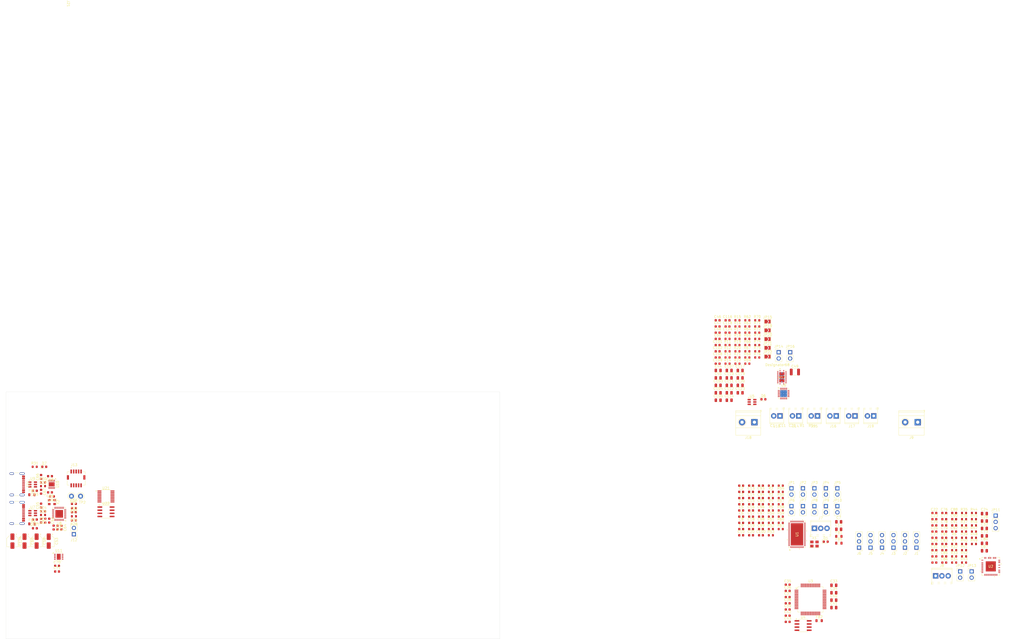
<source format=kicad_pcb>
(kicad_pcb (version 20240108) (generator "pcbnew") (generator_version "8.0")
  (layers (0 "F.Cu" signal) (1 "In1.Cu" power) (2 "In2.Cu" power) (31 "B.Cu" signal) (34 "B.Paste" user) (35 "F.Paste" user) (36 "B.SilkS" user "B.Silkscreen") (37 "F.SilkS" user "F.Silkscreen") (38 "B.Mask" user) (39 "F.Mask" user) (44 "Edge.Cuts" user))
  (net 0 "")
  (net 1 "GND")
  (net 2 "/Motor Interface Controller/VCCIO1")
  (net 3 "/Motor Interface Controller/VCCCORE1")
  (net 4 "/Motor Interface Controller/VCCCORE2")
  (net 5 "/Motor Interface Controller/VCCCORE3")
  (net 6 "+5V")
  (net 7 "Net-(X1-EN)")
  (net 8 "+3V3")
  (net 9 "/Motor Interface Controller/NRST")
  (net 10 "/Motor Gate Driver/CPI")
  (net 11 "/Motor Gate Driver/CPO")
  (net 12 "/Motor Gate Driver/5VOUT")
  (net 13 "+12V")
  (net 14 "/Motor Gate Driver/VS")
  (net 15 "/Motor Gate Driver/VCP")
  (net 16 "/Motor Gate Driver/12VOUT")
  (net 17 "/V_{M}")
  (net 18 "+3.3VA")
  (net 19 "/Power Delivery/IN_SYS")
  (net 20 "/Power Delivery/Motor Supply Unprotected")
  (net 21 "Net-(U5-VCAP)")
  (net 22 "Motor Power Protected")
  (net 23 "Net-(C48-Pad1)")
  (net 24 "Net-(U6-dVdT)")
  (net 25 "GND1")
  (net 26 "Net-(U7-VBUS)")
  (net 27 "Net-(C55-Pad1)")
  (net 28 "Net-(C57-Pad1)")
  (net 29 "VBUS")
  (net 30 "Net-(U8-~{RESET})")
  (net 31 "/Comunications/RTMI Interface/VPP")
  (net 32 "/Comunications/USB Debug Interface/USB_D-")
  (net 33 "/Comunications/USB Debug Interface/USB_D+")
  (net 34 "/Motor Gate Driver/CU")
  (net 35 "/Motor Gate Driver/U")
  (net 36 "/Motor Gate Driver/V_{SENSE, U, 2}")
  (net 37 "/Motor Gate Driver/I_{U}")
  (net 38 "/Motor Gate Driver/CV")
  (net 39 "/Motor Gate Driver/V")
  (net 40 "/Motor Gate Driver/V_{SENSE, V, 2}")
  (net 41 "/Motor Gate Driver/I_{V}")
  (net 42 "/Motor Gate Driver/CW")
  (net 43 "/Motor Gate Driver/V_{SENSE, W, 1}")
  (net 44 "/Motor Gate Driver/V_{SENSE, W, 2}")
  (net 45 "/Motor Gate Driver/I_{W}")
  (net 46 "Net-(U16-1Y)")
  (net 47 "Net-(U15-1Y)")
  (net 48 "Net-(U16-2Y)")
  (net 49 "Net-(U15-2Y)")
  (net 50 "Net-(U16-3Y)")
  (net 51 "Net-(U15-3Y)")
  (net 52 "Net-(C101-Pad1)")
  (net 53 "Net-(U17-EXTCOMP)")
  (net 54 "Logic Power Protected")
  (net 55 "/Power Delivery/Power Regulators/VCC")
  (net 56 "/Power Delivery/Power Regulators/VDDA")
  (net 57 "Net-(U17-CBOOT)")
  (net 58 "/Power Delivery/Power Regulators/SW")
  (net 59 "Net-(JP19-B)")
  (net 60 "/Power Delivery/Power Regulators/FB")
  (net 61 "Net-(C116-Pad1)")
  (net 62 "/Power Delivery/Power Regulators/V_{OUT}")
  (net 63 "Net-(JP22-A)")
  (net 64 "Net-(D1-A)")
  (net 65 "Net-(D6-A)")
  (net 66 "Net-(D7-A)")
  (net 67 "/Comunications/USB Debug Interface/CBUS0")
  (net 68 "/PWM_UX1_L")
  (net 69 "/PWM_UX1_L_B")
  (net 70 "/PWM_UX1_L_A")
  (net 71 "/PWM_UX1_H_A")
  (net 72 "/PWM_UX1_H_B")
  (net 73 "/PWM_UX1_H")
  (net 74 "/PWM_VX2_L_A")
  (net 75 "/PWM_VX2_L")
  (net 76 "/PWM_VX2_L_B")
  (net 77 "/PWM_VX2_H")
  (net 78 "/PWM_VX2_H_B")
  (net 79 "/PWM_VX2_H_A")
  (net 80 "/PWM_WY1_L_B")
  (net 81 "/PWM_WY1_L")
  (net 82 "/PWM_WY1_L_A")
  (net 83 "/PWM_WY1_H")
  (net 84 "/PWM_WY1_H_A")
  (net 85 "/PWM_WY1_H_B")
  (net 86 "/DRV_EN")
  (net 87 "/Motor Interface Controller/AENC_UX_POS")
  (net 88 "/Motor Interface Controller/AENC_UX_NEG")
  (net 89 "/Motor Interface Controller/AGPI_B")
  (net 90 "/Motor Interface Controller/AGPI_A")
  (net 91 "/Motor Interface Controller/AENC_VN_NEG")
  (net 92 "/Motor Interface Controller/AENC_VN_POS")
  (net 93 "/Motor Interface Controller/Controller A Motor Connections/ENC_A_RAW")
  (net 94 "/Motor Interface Controller/Controller A Motor Connections/ENC_B_RAW")
  (net 95 "/Motor Interface Controller/Controller A Motor Connections/HALL_V_RAW")
  (net 96 "/Motor Interface Controller/Controller A Motor Connections/HALL_WY_RAW")
  (net 97 "/Motor Interface Controller/AENC_WY_NEG")
  (net 98 "/Motor Interface Controller/AENC_WY_POS")
  (net 99 "/EXT_NRST_Controller_A")
  (net 100 "/Motor Interface Controller/PWM_IDLE_H")
  (net 101 "/Controller_A_BRAKE")
  (net 102 "/Motor Interface Controller/BRAKE")
  (net 103 "/Motor Interface Controller/ENO")
  (net 104 "/Controller_A_ENO")
  (net 105 "/Motor Interface Controller/ENI")
  (net 106 "/Controller_A_ENI")
  (net 107 "/Controller_A_DIR")
  (net 108 "/Motor Interface Controller/DIR")
  (net 109 "/Motor Interface Controller/STATUS")
  (net 110 "/Controller_A_STATUS")
  (net 111 "/Motor Gate Driver/SPE")
  (net 112 "/FAULT")
  (net 113 "Net-(JP14-A)")
  (net 114 "Net-(JP15-B)")
  (net 115 "Net-(JP21-B)")
  (net 116 "/Power Delivery/Power Regulators/ISNS+")
  (net 117 "/Motor Interface Controller/ADC_VM")
  (net 118 "/Motor Gate Driver/CLK")
  (net 119 "Net-(SW3-A)")
  (net 120 "Net-(U6-UVLO)")
  (net 121 "Net-(U6-OVP)")
  (net 122 "Net-(D5-A)")
  (net 123 "Net-(U5-GATE)")
  (net 124 "Net-(D5-K)")
  (net 125 "/Power Delivery/Extrernal Motor Controller Enable")
  (net 126 "Net-(U6-ILIM)")
  (net 127 "Net-(U6-PGTH)")
  (net 128 "/Power Delivery/Motor Controller Power Good")
  (net 129 "/Comunications/RTMI Interface/RREF")
  (net 130 "/Comunications/RTMI Interface/USB_D-")
  (net 131 "/Comunications/RTMI Interface/USB_D+")
  (net 132 "Net-(U8-~{STEST_RST})")
  (net 133 "Net-(U8-VBUS_DET)")
  (net 134 "Net-(U10-USBDP)")
  (net 135 "Net-(U10-USBDM)")
  (net 136 "Net-(D10-K)")
  (net 137 "/Motor Gate Driver/HSU")
  (net 138 "/Motor Gate Driver/LSU")
  (net 139 "Net-(D11-K)")
  (net 140 "Net-(U12-OUT)")
  (net 141 "Net-(D12-A)")
  (net 142 "/Motor Gate Driver/HSV")
  (net 143 "/Motor Gate Driver/LSV")
  (net 144 "Net-(D13-A)")
  (net 145 "Net-(U13-OUT)")
  (net 146 "Net-(D16-A)")
  (net 147 "/Motor Gate Driver/HSW")
  (net 148 "Net-(D17-A)")
  (net 149 "/Motor Gate Driver/LSW")
  (net 150 "Net-(U14-OUT)")
  (net 151 "/Motor Interface Controller/Controller A Motor Connections/HALL_UX_RAW")
  (net 152 "/Motor Interface Controller/Controller A Motor Connections/ENC_N_RAW")
  (net 153 "Net-(U17-FB)")
  (net 154 "Net-(U17-PG_SYNCOUT)")
  (net 155 "Net-(U17-CNFG)")
  (net 156 "Net-(U17-RT)")
  (net 157 "/Power Delivery/Power Regulators/HO")
  (net 158 "Net-(D20-A)")
  (net 159 "/Power Delivery/Power Regulators/LO")
  (net 160 "Net-(D21-A)")
  (net 161 "/FT_SPI_RTMI_MOSI")
  (net 162 "/FT_SPI_RTMI_SS0O")
  (net 163 "/Motor Interface Controller/ENC_A")
  (net 164 "/Motor Interface Controller/ADC_I0_NEG")
  (net 165 "/Motor Interface Controller/HALL_UX")
  (net 166 "/SPI_SCK")
  (net 167 "/Controller_A_UART_RXD")
  (net 168 "/Motor Interface Controller/REF_R")
  (net 169 "/Motor Interface Controller/ENC_N")
  (net 170 "/FT_SPI_RTMI_MISO")
  (net 171 "/Motor Interface Controller/HALL_V")
  (net 172 "/Motor Interface Controller/GPIO1")
  (net 173 "/Motor Interface Controller/PWM_Y2_L")
  (net 174 "/Motor Interface Controller/ADC_I0_POS")
  (net 175 "/Motor Interface Controller/HALL_WY")
  (net 176 "/Motor Interface Controller/ADC_I1_NEG")
  (net 177 "/Motor Interface Controller/GPIO2")
  (net 178 "/Motor Interface Controller/REF_H")
  (net 179 "/FT_SPI_RTMI_SCK")
  (net 180 "/SPI_MISO")
  (net 181 "/Motor Interface Controller/REF_L")
  (net 182 "/Controller_A_PWM_I")
  (net 183 "/SPI_MOSI")
  (net 184 "/FT_SPI_RTMI_TRG")
  (net 185 "/Controller_A_STP")
  (net 186 "/SPI_NSCS_CONTROLLER_A")
  (net 187 "/Motor Interface Controller/PWM_Y2_H")
  (net 188 "/Motor Interface Controller/ADC_I1_POS")
  (net 189 "/Motor Interface Controller/CLK")
  (net 190 "/Motor Interface Controller/ENC2_N")
  (net 191 "/Controller_A_UART_TXD")
  (net 192 "/Motor Interface Controller/ENC_B")
  (net 193 "/Motor Interface Controller/GPIO0")
  (net 194 "/Motor Interface Controller/ENC2_A")
  (net 195 "/Motor Interface Controller/ENC2_B")
  (net 196 "/SPI_NSCS_DRIVER")
  (net 204 "Net-(U3-VSS-Pad15)")
  (net 261 "Net-(Q2-G)")
  (net 263 "Net-(SW3-C)")
  (net 265 "/Power Delivery/Montor Controller Fault")
  (net 266 "Net-(Q1-D)")
  (net 267 "Net-(Q1-G)")
  (net 268 "/Power Delivery/Low Power Current Monitor")
  (net 272 "Net-(J21-D+-PadA6)")
  (net 273 "Net-(J21-D--PadA7)")
  (net 275 "/Comunications/RTMI Interface/XCLK_XSCI")
  (net 276 "/Comunications/FT_SPI_RTMI_SS")
  (net 282 "/FT_SPI_RTMI_GPIO1")
  (net 284 "/FT_SPI_RTMI_GPIO0")
  (net 286 "/Comunications/CAN_STBY")
  (net 287 "/Comunications/CAN_RXD")
  (net 288 "/Comunications/CAN Bus Interface/CAN_H")
  (net 289 "/Comunications/CAN_TXD")
  (net 290 "/Comunications/CAN Bus Interface/CAN_L")
  (net 291 "/Comunications/USB_TXD")
  (net 292 "/Comunications/USB_RXD")
  (net 299 "Net-(U9-VBUS)")
  (net 301 "Net-(J11-D--PadA7)")
  (net 304 "Net-(J11-D+-PadA6)")
  (net 308 "/Power Delivery/~{SHDN}")
  (net 310 "/Power Delivery/Power Regulators/VOUT")
  (net 318 "Net-(U8-GPIO3)")
  (net 319 "Net-(U8-GPIO2)")
  (net 320 "/Comunications/RTMI_MOSI1")
  (net 321 "/Comunications/FT_SPI_RTMI_GPIO11")
  (net 322 "/Comunications/RTMI_MISO1")
  (net 323 "/Comunications/RTMI_SCK1")
  (net 324 "/Comunications/FT_SPI_RTMI_SS1")
  (net 325 "/Comunications/FT_SPI_RTMI_GPIO01")
  (net 326 "/Comunications/USB_TXD1")
  (net 327 "/Comunications/USB_RXD1")
  (footprint "Capacitor_SMD:C_0805_2012Metric" (layer "F.Cu") (at 343.369799 44.308199)
    (property "Reference" "C45")
    (property "Value" "10u")
  )
  (footprint "Resistor_SMD:R_0603_1608Metric" (layer "F.Cu") (at 442.93 104.02)
    (property "Reference" "R37")
    (property "Value" "1k")
  )
  (footprint "Resistor_SMD:R_0603_1608Metric" (layer "F.Cu") (at 82.5 97 180)
    (property "Reference" "R27")
    (property "Value" "10k")
  )
  (footprint "Capacitor_SMD:C_0603_1608Metric" (layer "F.Cu") (at 434.91 106.53)
    (property "Reference" "C79")
    (property "Value" "470n")
  )
  (footprint "Resistor_SMD:R_0603_1608Metric" (layer "F.Cu") (at 364.704799 92.958199)
    (property "Reference" "R3")
    (property "Value" "150k")
  )
  (footprint "Resistor_SMD:R_0603_1608Metric" (layer "F.Cu") (at 355.179799 23.478199)
    (property "Reference" "R63")
    (property "Value" "100k")
  )
  (footprint "Capacitor_SMD:C_0603_1608Metric" (layer "F.Cu") (at 352.674799 87.938199)
    (property "Reference" "C1")
    (property "Value" "100n")
  )
  (footprint "Capacitor_SMD:C_0603_1608Metric" (layer "F.Cu") (at 371.514799 143.088199)
    (property "Reference" "C43")
    (property "Value" "100n")
  )
  (footprint "Connector_PinHeader_2.54mm:PinHeader_1x03_P2.54mm_Vertical" (layer "F.Cu") (at 400.404799 113.038199 180)
    (property "Reference" "J6")
    (property "Value" "Phase W H")
  )
  (footprint "Capacitor_SMD:CP_Elec_4x4.5" (layer "F.Cu") (at 57.6 110.4 -90)
    (property "Reference" "C126")
    (property "Value" "4u7")
  )
  (footprint "Capacitor_SMD:C_0603_1608Metric" (layer "F.Cu") (at 360.694799 105.508199)
    (property "Reference" "C99")
    (property "Value" "100p")
  )
  (footprint "Resistor_SMD:R_0603_1608Metric" (layer "F.Cu") (at 446.94 99)
    (property "Reference" "R44")
    (property "Value" "2R2")
  )
  (footprint "TerminalBlock_Phoenix:TerminalBlock_Phoenix_MPT-0,5-2-2.54_1x02_P2.54mm_Horizontal" (layer "F.Cu") (at 383.584799 59.698199 180)
    (property "Reference" "J15")
    (property "Value" "Screw_Terminal_01x02")
  )
  (footprint "Jumper:SolderJumper-2_P1.3mm_Open_TrianglePad1.0x1.5mm" (layer "F.Cu") (at 363.369799 25.038199)
    (property "Reference" "JP19")
    (property "Value" "Buck-Reg")
  )
  (footprint "Resistor_SMD:R_0603_1608Metric" (layer "F.Cu") (at 355.179799 33.518199)
    (property "Reference" "R67")
    (property "Value" "0R")
  )
  (footprint "TerminalBlock_Phoenix:TerminalBlock_Phoenix_MPT-0,5-3-2.54_1x03_P2.54mm_Horizontal" (layer "F.Cu") (at 382.354799 105.208199)
    (property "Reference" "J7")
    (property "Value" "Controller A NRST")
  )
  (footprint "TerminalBlock_Phoenix:TerminalBlock_Phoenix_MKDS-1,5-2-5.08_1x02_P5.08mm_Horizontal" (layer "F.Cu") (at 424.164799 62.238199 180)
    (property "Reference" "J9")
    (property "Value" "Motor Supply Input")
  )
  (footprint "ecocad:HRS_DF20EG-10DP-1V_52_" (layer "F.Cu") (at 83.4 85)
    (property "Reference" "J13")
    (property "Value" "Conn_02x05_Odd_Even")
  )
  (footprint "Capacitor_SMD:C_0603_1608Metric" (layer "F.Cu") (at 360.694799 102.998199)
    (property "Reference" "C98")
    (property "Value" "1n")
  )
  (footprint "LED_SMD:LED_0603_1608Metric" (layer "F.Cu") (at 386.924799 110.628199)
    (property "Reference" "D1")
    (property "Value" "GREEN")
  )
  (footprint "Capacitor_SMD:C_0603_1608Metric" (layer "F.Cu") (at 72.82 84.09 180)
    (property "Reference" "C68")
    (property "Value" "100n")
  )
  (footprint "Capacitor_SMD:C_0603_1608Metric" (layer "F.Cu") (at 438.92 104.02)
    (property "Reference" "C91")
    (property "Value" "100n")
  )
  (footprint "Resistor_SMD:R_0603_1608Metric" (layer "F.Cu") (at 364.704799 87.938199)
    (property "Reference" "R1")
    (property "Value" "100R")
  )
  (footprint "Resistor_SMD:R_0603_1608Metric" (layer "F.Cu") (at 359.189799 36.028199)
    (property "Reference" "R76")
    (property "Value" "10k")
  )
  (footprint "Capacitor_SMD:C_0603_1608Metric" (layer "F.Cu") (at 82.5 95.3)
    (property "Reference" "C56")
    (property "Value" "100n")
  )
  (footprint "Resistor_SMD:R_0603_1608Metric" (layer "F.Cu") (at 364.704799 100.488199)
    (property "Reference" "R50")
    (property "Value" "1k")
  )
  (footprint "Resistor_SMD:R_0603_1608Metric" (layer "F.Cu") (at 368.714799 105.508199)
    (property "Reference" "R61")
    (property "Value" "4k7")
  )
  (footprint "Resistor_SMD:R_0603_1608Metric" (layer "F.Cu") (at 351.169799 23.478199)
    (property "Reference" "R16")
    (property "Value" "R")
  )
  (footprint "Resistor_SMD:R_0603_1608Metric" (layer "F.Cu") (at 368.714799 92.958199)
    (property "Reference" "R56")
    (property "Value" "4k7")
  )
  (footprint "TerminalBlock_Phoenix:TerminalBlock_Phoenix_MKDS-1,5-2_1x02_P5.00mm_Horizontal" (layer "F.Cu") (at 358.044799 62.238199 180)
    (property "Reference" "J18")
    (property "Value" "Logic Supply Input")
  )
  (footprint "Capacitor_SMD:C_0603_1608Metric" (layer "F.Cu") (at 438.92 101.51)
    (property "Reference" "C90")
    (property "Value" "1n")
  )
  (footprint "Capacitor_SMD:C_0603_1608Metric" (layer "F.Cu") (at 343.149799 23.478199)
    (property "Reference" "C47")
    (property "Value" "100n")
  )
  (footprint "Capacitor_SMD:C_0805_2012Metric" (layer "F.Cu") (at 451.17 111.29)
    (property "Reference" "C80")
    (property "Value" "2u2")
  )
  (footprint "Capacitor_SMD:C_0603_1608Metric" (layer "F.Cu") (at 352.674799 108.018199)
    (property "Reference" "C10")
    (property "Value" "100n")
  )
  (footprint "Jumper:SolderJumper-2_P1.3mm_Open_TrianglePad1.0x1.5mm" (layer "F.Cu") (at 363.369799 21.488199)
    (property "Reference" "JP15")
    (property "Value" "Active Retry")
  )
  (footprint "Package_DFN_QFN:Texas_RGE0024H_VQFN-24-1EP_4x4mm_P0.5mm_EP2.7x2.7mm_ThermalVias" (layer "F.Cu") (at 369.869799 50.648199)
    (property "Reference" "U6")
    (property "Value" "TPS26631RGE")
  )
  (footprint "Connector_PinHeader_2.54mm:PinHeader_1x02_P2.54mm_Vertical" (layer "F.Cu") (at 367.869799 33.898199)
    (property "Reference" "JP14")
    (property "Value" "Always ON")
  )
  (footprint "Capacitor_SMD:C_0603_1608Metric" (layer "F.Cu") (at 75.675 120.4)
    (property "Reference" "C70")
    (property "Value" "100n")
  )
  (footprint "Capacitor_SMD:C_0805_2012Metric" (layer "F.Cu") (at 352.269799 41.298199)
    (property "Reference" "C117")
    (property "Value" "10u")
  )
  (footprint "Inductor_SMD:L_0805_2012Metric" (layer "F.Cu") (at 384.244799 142.598199)
    (property "Reference" "FB2")
    (property "Value" "600@100MHz 1A")
  )
  (footprint "Capacitor_SMD:C_0805_2012Metric" (layer "F.Cu") (at 347.819799 50.328199)
    (property "Reference" "C112")
    (property "Value" "10u")
  )
  (footprint "Capacitor_SMD:C_0805_2012Metric" (layer "F.Cu") (at 451.17 114.3)
    (property "Reference" "C87")
    (property "Value" "2u2")
  )
  (footprint "Resistor_SMD:R_0603_1608Metric" (layer "F.Cu") (at 368.714799 90.448199)
    (property "Reference" "R55")
    (property "Value" "4k7")
  )
  (footprint "Capacitor_SMD:C_0805_2012Metric" (layer "F.Cu") (at 451.17 105.27)
    (property "Reference" "C32")
    (property "Value" "4u7")
  )
  (footprint "Capacitor_SMD:C_0603_1608Metric" (layer "F.Cu") (at 343.149799 20.968199)
    (property "Reference" "C46")
    (property "Value" "22n")
  )
  (footprint "Capacitor_SMD:C_0603_1608Metric" (layer "F.Cu") (at 434.91 104.02)
    (property "Reference" "C78")
    (property "Value" "2n2")
  )
  (footprint "Package_SO:SOIC-8_3.9x4.9mm_P1.27mm" (layer "F.Cu") (at 377.744799 144.578199)
    (property "Reference" "U4")
    (property "Value" "M24C01-RMN")
  )
  (footprint "Capacitor_SMD:C_0805_2012Metric" (layer "F.Cu") (at 347.819799 47.318199)
    (property "Reference" "C111")
    (property "Value" "10u")
  )
  (footprint "Capacitor_SMD:C_0805_2012Metric" (layer "F.Cu") (at 352.269799 47.318199)
    (property "Reference" "C120")
    (property "Value" "10u")
  )
  (footprint "Capacitor_SMD:C_0603_1608Metric" (layer "F.Cu") (at 360.694799 97.978199)
    (property "Reference" "C96")
    (property "Value" "1n")
  )
  (footprint "Capacitor_SMD:C_0603_1608Metric" (layer "F.Cu") (at 69.2 102.1 -90)
    (property "Reference" "C57")
    (property "Value" "47p")
  )
  (footprint "Capacitor_SMD:C_0603_1608Metric" (layer "F.Cu") (at 371.514799 130.538199)
    (property "Reference" "C36")
    (property "Value" "100n")
  )
  (footprint "Capacitor_SMD:C_0805_2012Metric" (layer "F.Cu") (at 451.17 102.26)
    (property "Reference" "C28")
    (property "Value" "2u2")
  )
  (footprint "Capacitor_SMD:C_0603_1608Metric" (layer "F.Cu") (at 356.684799 105.508199)
    (property "Reference" "C19")
    (property "Value" "100n")
  )
  (footprint "Capacitor_SMD:C_0603_1608Metric" (layer "F.Cu") (at 356.684799 90.448199)
    (property "Reference" "C13")
    (property "Value" "100n")
  )
  (footprint "Capacitor_SMD:C_0603_1608Metric" (layer "F.Cu") (at 360.694799 100.488199)
    (property "Reference" "C97")
    (property "Value" "100p")
  )
  (footprint "Package_DFN_QFN:VQFN-32-1EP_5x5mm_P0.5mm_EP3.1x3.1mm" (layer "F.Cu") (at 76.5375 99.35 180)
    (property "Reference" "U8")
    (property "Value" "FT4222HQ")
  )
  (footprint "Capacitor_SMD:C_0603_1608Metric" (layer "F.Cu") (at 343.149799 38.538199)
    (property "Reference" "C109")
    (property "Value" "100n")
  )
  (footprint "Package_TO_SOT_SMD:SOT-23-6" (layer "F.Cu") (at 357.069799 54.053199)
    (property "Reference" "U5")
    (property "Value" "LM74700")
  )
  (footprint "Capacitor_SMD:C_0603_1608Metric" (layer "F.Cu") (at 434.91 101.51)
    (property "Reference" "C77")
    (property "Value" "100n")
  )
  (footprint "Capacitor_SMD:C_0603_1608Metric" (layer "F.Cu") (at 75.9 104.9 -90)
    (property "Reference" "C59")
    (property "Value" "100n")
  )
  (footprint "Resistor_SMD:R_0603_1608Metric" (layer "F.Cu") (at 446.94 106.53)
    (property "Reference" "R47")
    (property "Value" "10k")
  )
  (footprint "Resistor_SMD:R_0603_1608Metric" (layer "F.Cu") (at 364.704799 105.508199)
    (property "Reference" "R52")
    (property "Value" "4k7")
  )
  (footprint "TestPoint:TestPoint_Loop_D1.80mm_Drill1.0mm_Beaded" (layer "F.Cu") (at 81.5 92.2)
    (property "Reference" "TP1")
    (property "Value" "GPIO2")
  )
  (footprint "Capacitor_SMD:C_0603_1608Metric" (layer "F.Cu") (at 356.684799 92.958199)
    (property "Reference" "C14")
    (property "Value" "100n")
  )
  (footprint "Capacitor_SMD:C_0805_2012Metric" (layer "F.Cu") (at 343.369799 47.318199)
    (property "Reference" "C103")
    (property "Value" "4u7")
  )
  (footprint "ecocad:RGY0024F-MFG" (layer "F.Cu") (at 369.164797 44.043201)
    (property "Reference" "U17")
    (property "Value" "LM5148RGYR")
  )
  (footprint "Capacitor_SMD:C_0603_1608Metric" (layer "F.Cu") (at 430.9 109.04)
    (property "Reference" "C27")
    (property "Value" "220n")
  )
  (footprint "Connector_PinHeader_2.54mm:PinHeader_1x02_P2.54mm_Vertical" (layer "F.Cu") (at 372.519799 33.898199)
    (property "Reference" "JP16")
    (property "Value" "Always OFF")
  )
  (footprint "Resistor_SMD:R_0603_1608Metric" (layer "F.Cu") (at 442.93 109.04)
    (property "Reference" "R39")
    (property "Value" "2R2")
  )
  (footprint "Capacitor_SMD:C_0603_1608Metric" (layer "F.Cu") (at 434.91 109.04)
    (property "Reference" "C81")
    (property "Value" "1n")
  )
  (footprint "Capacitor_SMD:C_0603_1608Metric" (layer "F.Cu") (at 77.5 104.9 -90)
    (property "Reference" "C64")
    (property "Value" "100n")
  )
  (footprint "Capacitor_SMD:C_0603_1608Metric" (layer "F.Cu") (at 75.675 122.7)
    (property "Reference" "C71")
    (property "Value" "100n")
  )
  (footprint "Capacitor_SMD:C_0805_2012Metric" (layer "F.Cu") (at 392.184799 102.588199)
    (property "Reference" "C7")
    (property "Value" "4u7")
  )
  (footprint "Resistor_SMD:R_0603_1608Metric" (layer "F.Cu") (at 347.159799 28.498199)
    (property "Reference" "R10")
    (property "Value" "R")
  )
  (footprint "Capacitor_SMD:C_0603_1608Metric" (layer "F.Cu") (at 371.514799 135.558199)
    (property "Reference" "C38")
    (property "Value" "100n")
  )
  (footprint "Resistor_SMD:R_0603_1608Metric" (layer "F.Cu") (at 364.704799 108.018199)
    (property "Reference" "R53")
    (property "Value" "4k7")
  )
  (footprint "Resistor_SMD:R_0603_1608Metric" (layer "F.Cu") (at 70.9 102.1 90)
    (property "Reference" "R23")
    (property "Value" "12k")
  )
  (footprint "Resistor_SMD:R_0603_1608Metric" (layer "F.Cu") (at 446.94 111.55)
    (property "Reference" "R49")
    (property "Value" "1k")
  )
  (footprint "Resistor_SMD:R_0603_1608Metric" (layer "F.Cu") (at 442.93 111.55)
    (property "Reference" "R40")
    (property "Value" "10k")
  )
  (footprint "Resistor_SMD:R_0603_1608Metric" (layer "F.Cu") (at 364.704799 90.448199)
    (property "Reference" "R2")
    (property "Value" "11k")
  )
  (footprint "Resistor_SMD:R_0603_1608Metric" (layer "F.Cu") (at 368.714799 95.468199)
    (property "Reference" "R57")
    (property "Value" "4k7")
  )
  (footprint "Capacitor_SMD:C_0603_1608Metric" (layer "F.Cu") (at 360.694799 90.448199)
    (property "Reference" "C93")
    (property "Value" "100n")
  )
  (footprint "Capacitor_SMD:C_0603_1608Metric" (layer "F.Cu") (at 430.9 101.51)
    (property "Reference" "C23")
    (property "Value" "22n")
  )
  (footprint "Capacitor_SMD:C_0603_1608Metric" (layer "F.Cu") (at 360.694799 95.468199)
    (property "Reference" "C95")
    (property "Value" "100p")
  )
  (footprint "Capacitor_SMD:C_0603_1608Metric" (layer "F.Cu") (at 430.9 114.06)
    (property "Reference" "C31")
    (property "Value" "470n")
  )
  (footprint "Package_SO:SOIC-8_3.9x4.9mm_P1.27mm" (layer "F.Cu") (at 95.475 98.505)
    (property "Reference" "U22")
    (property "Value" "~")
  )
  (footprint "Resistor_SMD:R_0603_1608Metric" (layer "F.Cu") (at 359.189799 33.518199)
    (property "Reference" "R75")
    (property "Value" "R")
  )
  (footprint "Resistor_SMD:R_0603_1608Metric" (layer "F.Cu") (at 351.169799 28.498199)
    (property "Reference" "R18")
    (property "Value" "R")
  )
  (footprint "Capacitor_SMD:C_0603_1608Metric" (layer "F.Cu") (at 352.674799 102.998199)
    (property "Reference" "C8")
    (property "Value" "100n")
  )
  (footprint "Connector_PinHeader_2.54mm:PinHeader_1x03_P2.54mm_Vertical" (layer "F.Cu") (at 405.054799 113.038199 180)
    (property "Reference" "J5")
    (property "Value" "Phase W L")
  )
  (footprint "Connector_PinHeader_2.54mm:PinHeader_1x02_P2.54mm_Vertical" (layer "F.Cu") (at 382.344799 89.008199)
    (property "Reference" "JP3")
    (property "Value" "PWM_H_L")
  )
  (footprint "Resistor_SMD:R_0603_1608Metric" (layer "F.Cu") (at 359.189799 20.968199)
    (property "Reference" "R70")
    (property "Value" "10k")
  )
  (footprint "TerminalBlock_Phoenix:TerminalBlock_Phoenix_MPT-0,5-2-2.54_1x02_P2.54mm_Horizontal" (layer "F.Cu") (at 375.994799 59.698199 180)
    (property "Reference" "J14")
    (property "Value" "Screw_Terminal_01x02")
  )
  (footprint "Resistor_SMD:R_0603_1608Metric" (layer "F.Cu") (at 364.704799 95.468199)
    (property "Reference" "R4")
    (property "Value" "23k7")
  )
  (footprint "Resistor_SMD:R_0603_1608Metric" (layer "F.Cu") (at 446.94 104.02)
    (property "Reference" "R46")
    (property "Value" "10k")
  )
  (footprint "Resistor_SMD:R_0603_1608Metric" (layer "F.Cu") (at 82.5 102 180)
    (property "Reference" "R28")
    (property "Value" "0R")
  )
  (footprint "Connector_USB:USB_C_Receptacle_GCT_USB4105-xx-A_16P_TopMnt_Horizontal" (layer "F.Cu") (at 58.42 98.965 -90)
    (property "Reference" "J21")
    (property "Value" "USB_C_Receptacle_USB2.0_14P")
  )
  (footprint "Connector_PinHeader_2.54mm:PinHeader_1x02_P2.54mm_Vertical" (layer "F.Cu") (at 382.344799 96.208199)
    (property "Reference" "JP8")
    (property "Value" "Controller A ENI")
  )
  (footprint "Resistor_SMD:R_0603_1608Metric" (layer "F.Cu") (at 438.92 111.55)
    (property "Reference" "R7")
    (property "Value" "1R")
  )
  (footprint "Capacitor_SMD:C_0603_1608Metric" (layer "F.Cu") (at 66.7 105.2)
    (property "Reference" "C127")
    (property "Value" "100n")
  )
  (footprint "Connector_PinHeader_2.54mm:PinHeader_1x02_P2.54mm_Vertical" (layer "F.Cu") (at 391.644799 96.208199)
    (property "Reference" "JP10")
    (property "Value" "Controller A EXT STATUS")
  )
  (footprint "TestPoint:TestPoint_Loop_D1.80mm_Drill1.0mm_Beaded" (layer "F.Cu") (at 85.2 92.2)
    (property "Reference" "TP2")
    (property "Value" "GPIO3")
  )
  (footprint "Capacitor_SMD:C_0603_1608Metric" (layer "F.Cu") (at 347.159799 20.968199)
    (property "Reference" "C116")
    (property "Value" "100n")
  )
  (footprint "Capacitor_SMD:C_0805_2012Metric" (layer "F.Cu") (at 343.369799 53.338199)
    (property "Reference" "C105")
    (property "Value" "4u7")
  )
  (footprint "Resistor_SMD:R_0603_1608Metric" (layer "F.Cu") (at 351.169799 31.008199)
    (property "Reference" "R19")
    (property "Value" "1k")
  )
  (footprint "Resistor_SMD:R_0603_1608Metric" (layer "F.Cu") (at 442.93 106.53)
    (property "Reference" "R38")
    (property "Value" "2R2")
  )
  (footprint "Capacitor_SMD:C_0603_1608Metric" (layer "F.Cu") (at 430.9 104.02)
    (property "Reference" "C25")
    (property "Value" "100n")
  )
  (footprint "Connector_USB:USB_C_Receptacle_GCT_USB4105-xx-A_16P_TopMnt_Horizontal" (layer "F.Cu") (at 58.42 87.3725 -90)
    (property "Reference" "J11")
    (property "Value" "USB_C_Receptacle_USB2.0_14P")
  )
  (footprint "Capacitor_SMD:C_0603_1608Metric" (layer "F.Cu") (at 371.514799 128.028199)
    (property "Reference" "C35")
    (property "Value" "100n")
  )
  (footprint "Jumper:SolderJumper-2_P1.3mm_Open_TrianglePad1.0x1.5mm" (layer "F.Cu") (at 363.369799 35.688199)
    (property "Reference" "JP22")
    (property "Value" "DCR Mode")
  )
  (footprint "Capacitor_SMD:C_0603_1608Metric" (layer "F.Cu") (at 343.149799 33.518199)
    (property "Reference" "C102")
    (property "Value" "100p")
  )
  (footprint "Capacitor_SMD:C_0603_1608Metric" (layer "F.Cu") (at 434.91 119.08)
    (property "Reference" "C86")
    (property "Value" "470n")
  )
  (footprint "Capacitor_SMD:C_0603_1608Metric" (layer "F.Cu") (at 356.684799 97.978199)
    (property "Reference" "C16")
    (property "Value" "100n")
  )
  (footprint "Resistor_SMD:R_0603_1608Metric" (layer "F.Cu") (at 364.704799 102.998199)
    (property "Reference" "R51")
    (property "Value" "4k7")
  )
  (footprint "Capacitor_SMD:CP_Elec_4x4.5" (layer "F.Cu") (at 67.4 110.4 -90)
    (property "Reference" "C58")
    (property "Value" "4u7")
  )
  (footprint "Capacitor_SMD:C_0603_1608Metric" (layer "F.Cu") (at 343.149799 25.988199)
    (property "Reference" "C48")
    (property "Value" "OPTIONAL")
  )
  (footprint "Capacitor_SMD:C_0603_1608Metric" (layer "F.Cu") (at 74.3 104.9 -90)
    (property "Reference" "C61")
    (property "Value" "100n")
  )
  (footprint "Package_TO_SOT_SMD:SOT-23-6" (layer "F.Cu") (at 65.8 87.46)
    (property "Reference" "U9")
    (property "Value" "USBLC6-2SC6")
  )
  (footprint "Connector_PinHeader_2.54mm:PinHeader_1x02_P2.54mm_Vertical" (layer "F.Cu") (at 82.5 107.6 180)
    (property "Reference" "J12")
    (property "Value" "FTDI_OTP_PROG")
  )
  (footprint "Resistor_SMD:R_0603_1608Metric" (layer "F.Cu") (at 368.714799 100.488199)
    (property "Reference" "R59")
    (property "Value" "4k7")
  )
  (footprint "Package_DFN_QFN:DFN-8-1EP_3x3mm_P0.65mm_EP1.55x2.4mm" (layer "F.Cu") (at 76.35 116.725)
    (property "Reference" "U11")
    (property "Value" "MCP2542FDxMF")
  )
  (footprint "Resistor_SMD:R_0603_1608Metric" (layer "F.Cu") (at 70 98.3)
    (property "Reference" "R24")
    (property "Value" "27R")
  )
  (footprint "ecocad:QFN76_10P5X6P5_TRI" (layer "F.Cu") (at 375.278998 107.636298 90)
    (property "Reference" "U1")
    (property "Value" "TMC4671-LA")
  )
  (footprint "Capacitor_SMD:C_0805_2012Metric" (layer "F.Cu") (at 352.269799 50.328199)
    (property "Reference" "C123")
    (property "Value" "4u7")
  )
  (footprint "Resistor_SMD:R_0603_1608Metric" (layer "F.Cu") (at 355.179799 36.028199)
    (property "Reference" "R68")
    (property "Value" "0R")
  )
  (footprint "Capacitor_SMD:C_0603_1608Metric" (layer "F.Cu") (at 343.149799 36.028199)
    (property "Reference" "C108")
    (property "Value" "100n")
  )
  (footprint "TerminalBlock_Phoenix:TerminalBlock_Phoenix_MPT-0,5-3-2.54_1x03_P2.54mm_Horizontal" (layer "F.Cu") (at 431.42 124.46)
    (property "Reference" "J8")
    (property "Value" "Gate Driver EXT DRV_EN")
  )
  (footprint "Resistor_SMD:R_0603_1608Metric" (layer "F.Cu") (at 355.179799 25.988199)
    (property "Reference" "R64")
    (property "Value" "100k")
  )
  (footprint "Capacitor_SMD:C_0603_1608Metric" (layer "F.Cu") (at 438.92 106.53)
    (property "Reference" "C92")
    (property "Value" "2n2")
  )
  (footprint "Resistor_SMD:R_0603_1608Metric" (layer "F.Cu") (at 442.93 99)
    (property "Reference" "R35")
    (property "Value" "10k")
  )
  (footprint "Capacitor_SMD:C_0603_1608Metric" (layer "F.Cu") (at 356.684799 108.018199)
    (property "Reference" "C20")
    (property "Value" "100n")
  )
  (footprint "Resistor_SMD:R_0603_1608Metric" (layer "F.Cu") (at 355.179799 28.498199)
    (property "Reference" "R65")
    (property "Value" "40k2")
  )
  (footprint "Connector_PinHeader_2.54mm:PinHeader_1x02_P2.54mm_Vertical" (layer "F.Cu") (at 373.044799 89.008199)
    (property "Reference" "JP1")
    (property "Value" "Controller A EXT Reset EN")
  )
  (footprint "Resistor_SMD:R_0603_1608Metric" (layer "F.Cu") (at 70 99.8)
    (property "Reference" "R25")
    (property "Value" "27R")
  )
  (footprint "Capacitor_SMD:C_1210_3225Metric" (layer "F.Cu") (at 374.429799 41.918199)
    (property "Reference" "C49")
    (property "Value" "47u")
  )
  (footprint "Resistor_SMD:R_0603_1608Metric" (layer "F.Cu") (at 347.159799 33.518199)
    (property "Reference" "R12")
    (property "Value" "R")
  )
  (footprint "Resistor_SMD:R_0603_1608Metric" (layer "F.Cu") (at 351.169799 36.028199)
    (property "Reference" "R21")
    (property "Value" "R")
  )
  (footprint "Capacitor_SMD:C_0603_1608Metric" (layer "F.Cu") (at 430.9 119.08)
    (property "Reference" "C74")
    (property "Value" "1n")
  )
  (footprint "Capacitor_SMD:C_0805_2012Metric" (layer "F.Cu") (at 343.369799 50.328199)
    (property "Reference" "C104")
    (property "Value" "4u7")
  )
  (footprint "Resistor_SMD:R_0603_1608Metric" (layer "F.Cu") (at 359.189799 28.498199)
    (property "Reference" "R73")
    (property "Value" "R")
  )
  (footprint "Resistor_SMD:R_0603_1608Metric" (layer "F.Cu") (at 442.93 116.57)
    (property "Reference" "R42")
    (property "Value" "3m")
  )
  (footprint "Connector_PinHeader_2.54mm:PinHeader_1x02_P2.54mm_Vertical" (layer "F.Cu") (at 373.044799 96.208199)
    (property "Reference" "JP6")
    (property "Value" "Controller A EXT BRAKE")
  )
  (footprint "Capacitor_SMD:C_0805_2012Metric" (layer "F.Cu") (at 392.184799 105.598199)
    (property "Reference" "C12")
    (property "Value" "4u7")
  )
  (footprint "Capacitor_SMD:C_0603_1608Metric" (layer "F.Cu") (at 66.7 101.6525 180)
    (property "Reference" "C54")
    (property "Value" "100n")
  )
  (footprint "TerminalBlock_Phoenix:TerminalBlock_Phoenix_MPT-0,5-2-2.54_1x02_P2.54mm_Horizontal" (layer "F.Cu") (at 391.174799 59.698199 180)
    (property "Reference" "J16")
    (property "Value" "Screw_Terminal_01x03")
  )
  (footprint "Package_DFN_QFN:DFN-12-1EP_3x3mm_P0.45mm_EP1.65x2.38mm" (layer "F.Cu") (at 73.495 87.38 -90)
    (property "Reference" "U10")
    (property "Value" "FT234XD-R")
  )
  (footprint "Resistor_SMD:R_0603_1608Metric" (layer "F.Cu") (at 355.179799 20.968199)
    (property "Reference" "R62")
    (property "Value" "47k5")
  )
  (footprint "Resistor_SMD:R_0603_1608Metric" (layer "F.Cu") (at 351.169799 38.538199)
    (property "Reference" "R22")
    (property "Value" "24k")
  )
  (footprint "Resistor_SMD:R_0603_1608Metric" (layer "F.Cu") (at 359.189799 31.008199)
    (property "Reference" "R74")
    (property "Value" "R")
  )
  (footprint "Package_SO:QSOP-16_3.9x4.9mm_P0.635mm" (layer "F.Cu") (at 95.475 92.305)
    (property "Reference" "U21")
    (property "Value" "MAX14850AEE+")
  )
  (footprint "Capacitor_SMD:C_0805_2012Metric" (layer "F.Cu") (at 451.17 108.28)
    (property "Reference" "C73")
    (property "Value" "2u2")
  )
  (footprint "Capacitor_SMD:C_0603_1608Metric" (layer "F.Cu") (at 347.159799 25.988199)
    (property "Reference" "C124")
    (property "Value" "100n")
  )
  (footprint "ecocad:QFN37_7X7_ADI" (layer "F.Cu") (at 453.758199 120.618199)
    (property "Reference" "U2")
    (property "Value" "~")
  )
  (footprint "Resistor_SMD:R_0603_1608Metric" (layer "F.Cu") (at 438.92 119.08)
    (property "Reference" "R34")
    (property "Value" "10k")
  )
  (footprint "Capacitor_SMD:C_0805_2012Metric" (layer "F.Cu") (at 347.819799 44.308199)
    (property "Reference" "C110")
    (property "Value" "10u")
  )
  (footprint "Capacitor_SMD:C_0603_1608Metric" (layer "F.Cu") (at 360.694799 87.938199)
    (property "Reference" "C21")
    (property "Value" "100n")
  )
  (footprint "Capacitor_SMD:C_0603_1608Metric" (layer "F.Cu") (at 352.674799 95.468199)
    (property "Reference" "C4")
    (property "Value" "100n")
  )
  (footprint "Resistor_SMD:R_0603_1608Metric" (layer "F.Cu") (at 355.179799 38.538199)
    (property "Reference" "R69")
    (property "Value" "10k")
  )
  (footprint "Resistor_SMD:R_0603_1608Metric" (layer "F.Cu") (at 70 88.1175)
    (property "Reference" "R29")
    (property "Value" "27R")
  )
  (footprint "Capacitor_SMD:C_0603_1608Metric" (layer "F.Cu") (at 69.2 96 90)
    (property "Reference" "C55")
    (property "Value" "47p")
  )
  (footprint "Capacitor_SMD:C_0603_1608Metric" (layer "F.Cu") (at 343.149799 31.008199)
    (property "Reference" "C101")
    (property "Value" "6p8")
  )
  (footprint "Connector_PinHeader_2.54mm:PinHeader_1x03_P2.54mm_Vertical" (layer "F.Cu") (at 423.654799 113.038199 180)
    (property "Reference" "J1")
    (property "Value" "Phase U L")
  )
  (footprint "Oscillator:Oscillator_SMD_EuroQuartz_XO32-4Pin_3.2x2.5mm" (layer "F.Cu") (at 73.6 94.6 -90)
    (property "Reference" "X2")
    (property "Value" "12MHz")
  )
  (footprint "Capacitor_SMD:C_0603_1608Metric" (layer "F.Cu") (at 430.9 111.55)
    (property "Reference" "C29")
    (property "Value" "100n")
  )
  (footprint "Capacitor_SMD:C_0603_1608Metric" (layer "F.Cu") (at 371.514799 140.578199)
    (property "Reference" "C42")
    (property "Value" "100n")
  )
  (footprint "Connector_PinHeader_2.54mm:PinHeader_1x02_P2.54mm_Vertical" (layer "F.Cu") (at 386.994799 89.008199)
    (property "Reference" "JP4")
    (property "Value" "PWM_L_H")
  )
  (footprint "Resistor_SMD:R_0603_1608Metric" (layer "F.Cu") (at 368.714799 102.998199)
    (property "Reference" "R60")
    (property "Value" "4k7")
  )
  (footprint "Package_QFP:LQFP-64_10x10mm_P0.5mm" (layer "F.Cu") (at 380.744799 133.998199)
    (property "Reference" "U3")
    (property "Value" "STM32G474RETx")
  )
  (footprint "Capacitor_SMD:C_0603_1608Metric" (layer "F.Cu") (at 352.674799 90.448199)
    (property "Reference" "C2")
    (property "Value" "100n")
  )
  (footprint "Capacitor_SMD:C_0805_2012Metric" (layer "F.Cu") (at 390.194799 137.308199)
    (property "Reference" "C41")
    (property "Value" "1u")
  )
  (footprint "Connector_PinHeader_2.54mm:PinHeader_1x02_P2.54mm_Vertical" (layer "F.Cu") (at 391.644799 89.008199)
    (property "Reference" "JP5")
    (property "Value" "PWM_L_L")
  )
  (footprint "Package_TO_SOT_SMD:SOT-23-6" (layer "F.Cu") (at 65.8 99.0525)
    (property "Reference" "U7")
    (property "Value" "USBLC6-2SC6")
  )
  (footprint "Connector_PinHeader_2.54mm:PinHeader_1x03_P2.54mm_Vertical" (layer "F.Cu") (at 455.72 100.07)
    (property "Reference" "JP11")
    (property "Value" "Driver Control Mode Selection")
  )
  (footprint "Resistor_SMD:R_0603_1608Metric" (layer "F.Cu") (at 446.94 101.51)
    (property "Reference" "R45")
    (property "Value" "2R2")
  )
  (footprint "Resistor_SMD:R_0603_1608Metric" (layer "F.Cu") (at 446.94 109.04)
    (property "Reference" "R48")
    (property "Value" "3m")
  )
  (footprint "Resistor_SMD:R_0603_1608Metric" (layer "F.Cu") (at 355.179799 31.008199)
    (property "Reference" "R66")
    (property "Value" "24k")
  )
  (footprint "Capacitor_SMD:C_0603_1608Metric" (layer "F.Cu") (at 430.9 99)
    (property "Reference" "C22")
    (property "Value" "100n")
  )
  (footprint "Capacitor_SMD:C_0603_1608Metric" (layer "F.Cu") (at 356.684799 100.488199)
    (property "Reference" "C17")
    (property "Value" "100n")
  )
  (footprint "Capacitor_SMD:C_0603_1608Metric" (layer "F.Cu") (at 352.674799 97.978199)
    (property "Reference" "C5")
    (property "Value" "100n")
  )
  (footprint "Resistor_SMD:R_0603_1608Metric" (layer "F.Cu") (at 359.189799 25.988199)
    (property "Reference" "R72")
    (property "Value" "R")
  )
  (footprint "Capacitor_SMD:C_0603_1608Metric" (layer "F.Cu") (at 72.5 102.1 -90)
    (property "Reference" "C52")
    (property "Value" "100p")
  )
  (footprint "Capacitor_SMD:C_0603_1608Metric" (layer "F.Cu") (at 430.9 106.53)
    (property "Reference" "C26")
    (property "Value" "100n")
  )
  (footprint "Resistor_SMD:R_0603_1608Metric" (layer "F.Cu") (at 70 86.6275)
    (property "Reference" "R30")
    (property "Value" "27R")
  )
  (footprint "Inductor_SMD:L_0805_2012Metric" (layer "F.Cu") (at 65.5 103.4)
    (property "Reference" "FB3")
    (property "Value" "300R")
  )
  (footprint "Capacitor_SMD:C_0603_1608Metric" (layer "F.Cu") (at 360.694799 92.958199)
    (property "Reference" "C94")
    (property "Value" "100n")
  )
  (footprint "Capacitor_SMD:C_0805_2012Metric" (layer "F.Cu") (at 390.194799 134.298199)
    (property "Reference" "C40")
    (property "Value" "4u7")
  )
  (footprint "Capacitor_SMD:C_0603_1608Metric" (layer "F.Cu") (at 352.674799 105.508199)
    (property "Reference" "C9")
    (property "Value" "100n")
  )
  (footprint "Capacitor_SMD:C_0603_1608Metric" (layer "F.Cu") (at 356.684799 95.468199)
    (property "Reference" "C15")
    (property "Value" "470n")
  )
  (footprint "Resistor_SMD:R_0603_1608Metric" (layer "F.Cu") (at 347.159799 36.028199)
    (property "Reference" "R13")
    (property "Value" "1k")
  )
  (footprint "Resistor_SMD:R_0603_1608Metric" (layer "F.Cu") (at 351.169799 25.988199)
    (property "Reference" "R17")
    (property "Value" "R")
  )
  (footprint "Capacitor_SMD:C_0805_2012Metric" (layer "F.Cu") (at 451.17 99.25)
    (property "Reference" "C24")
    (property "Value" "2u2")
  )
  (footprint "Connector_PinHeader_2.54mm:PinHeader_1x02_P2.54mm_Vertical" (layer "F.Cu") (at 441.35 122.66)
    (property "Reference" "JP12")
    (property "Value" "Gate Driver EXT DRV EN")
  )
  (footprint "Capacitor_SMD:C_0603_1608Metric" (layer "F.Cu") (at 434.91 99)
    (property "Reference" "C76")
    (property "Value" "1n")
  )
  (footprint "Resistor_SMD:R_0603_1608Metric" (layer "F.Cu") (at 368.714799 87.938199)
    (property "Reference" "R54")
    (property "Value" "1k")
  )
  (footprint "Connector_PinHeader_2.54mm:PinHeader_1x02_P2.54mm_Vertical" (layer "F.Cu") (at 386.994799 96.208199)
    (property "Reference" "JP9")
    (property "Value" "Controller A DIR")
  )
  (footprint "Capacitor_SMD:C_0805_2012Metric" (layer "F.Cu") (at 390.194799 131.288199)
    (property "Reference" "C34")
    (property "Value" "4u7")
  )
  (footprint "Capacitor_SMD:C_0603_1608Metric" (layer "F.Cu") (at 434.91 111.55)
    (property "Reference" "C83")
    (property "Value" "1n")
  )
  (footprint "Inductor_SMD:L_0805_2012Metric" (layer "F.Cu") (at 65.5 91.6)
    (property "Reference" "FB4")
    (property "Value" "300R")
  )
  (footprint "Capacitor_SMD:CP_Elec_4x4.5" (layer "F.Cu") (at 72.3 110.4 -90)
    (property "Reference" "C53")
    (property "Value" "4u7")
  )
  (footprint "Capacitor_SMD:C_0603_1608Metric" (layer "F.Cu") (at 66.7 90 180)
    (property "Reference" "C65")
    (property "Value" "100n")
  )
  (footprint "TerminalBlock_Phoenix:TerminalBlock_Phoenix_MPT-0,5-2-2.54_1x02_P2.54mm_Horizontal" (layer "F.Cu") (at 368.404799 59.698199 180)
    (property "Reference" "J10")
    (property "Value" "Screw_Terminal_01x02")
  )
  (footprint "Jumper:SolderJumper-2_P1.3mm_Open_TrianglePad1.0x1.5mm" (layer "F.Cu") (at 363.369799 32.138199)
    (property "Reference" "JP21")
    (property "Value" "Shunt Mode")
  )
  (footprint "Resistor_SMD:R_0603_1608Metric" (layer "F.Cu") (at 351.169799 20.968199)
    (property "Reference" "R15")
    (property "Value" "0R")
  )
  (footprint "Resistor_SMD:R_0603_1608Metric" (layer "F.Cu") (at 438.92 116.57)
    (property "Reference" "R33")
    (property "Value" "2R2")
  )
  (footprint "Capacitor_SMD:C_0805_2012Metric" (layer "F.Cu") (at 390.194799 128.278199)
    (property "Reference" "C33")
    (property "Value" "1u")
  )
  (footprint "Capacitor_SMD:C_0603_1608Metric" (layer "F.Cu") (at 72.82 90.655 180)
    (property "Reference" "C69")
    (property "Value" "100n")
  )
  (footprint "Capacitor_SMD:C_0603_1608Metric" (layer "F.Cu") (at 438.92 99)
    (property "Reference" "C88")
    (property "Value" "1n")
  )
  (footprint "Capacitor_SMD:CP_Elec_4x4.5" (layer "F.Cu") (at 62.5 110.4 -90)
    (property "Reference" "C60")
    (property "Value" "4u7")
  )
  (footprint "Oscillator:Oscillator_SMD_Abracon_ASE-4Pin_3.2x2.5mm" (layer "F.Cu") (at 382.354799 111.558199)
    (property "Reference" "X1")
    (property "Value" "25MHz")
  )
  (footprint "Jumper:SolderJumper-2_P1.3mm_Open_TrianglePad1.0x1.5mm" (layer "F.Cu") (at 363.369799 28.588199)
    (property "Reference" "JP20")
    (property "Value" "Reg-Bypass")
  )
  (footprint "Capacitor_SMD:C_0805_2012Metric" (layer "F.Cu") (at 352.269799 44.308199)
    (property "Reference" "C119")
    (property "Value" "100u")
  )
  (footprint "LED_SMD:LED_0603_1608Metric" (layer "F.Cu") (at 361.689799 52.948199)
    (property "Reference" "D6")
    (property "Value" "BLUE")
  )
  (footprint "Inductor_SMD:L_0805_2012Metric" (layer "F.Cu") (at 392.234799 108.478199)
    (property "Reference" "FB1")
    (property "Value" "600R/1A")
  )
  (footprint "Capacitor_SMD:C_0603_1608Metric" (layer "F.Cu") (at 356.684799 102.998199)
    (property "Reference" "C18")
    (property "Value" "100n")
  )
  (footprint "Connector_PinHeader_2.54mm:PinHeader_1x03_P2.54mm_Vertical" (layer "F.Cu") (at 409.704799 113.038199 180)
    (property "Reference" "J4")
    (property "Value" "Phase V H")
  )
  (footprint "LED_SMD:LED_0603_1608Metric" (layer "F.Cu") (at 70.5 80.3)
    (property "Reference" "D7")
    (property "Value" "AMBER")
  )
  (footprint "Connector_PinHeader_2.54mm:PinHeader_1x03_P2.54mm_Vertical" (layer "F.Cu") (at 414.354799 113.038199 180)
    (property "Reference" "J3")
    (property "Value" "Phase V L")
  )
  (footprint "Resistor_SMD:R_0603_1608Metric" (layer "F.Cu") (at 442.93 101.51)
    (property "Reference" "R36")
    (property "Value" "3m")
  )
  (footprint "Connector_PinHeader_2.54mm:PinHeader_1x02_P2.54mm_Vertical" (layer "F.Cu") (at 377.694799 89.008199)
    (property "Reference" "JP2")
    (property "Value" "PWM_H_H")
  )
  (footprint "Capacitor_SMD:C_0603_1608Metric" (layer "F.Cu") (at 352.674799 100.488199)
    (property "Reference" "C6")
    (property "Value" "100n")
  )
  (footprint "Resistor_SMD:R_0603_1608Metric" (layer "F.Cu") (at 359.189799 23.478199)
    (property "Reference" "R71")
    (property "Value" "R")
  )
  (footprint "Capacitor_SMD:C_0805_2012Metric" (layer "F.Cu") (at 347.819799 41.298199)
    (property "Reference" "C107")
    (property "Value" "2u2")
  )
  (footprint "Resistor_SMD:R_0603_1608Metric" (layer "F.Cu") (at 66.625 80.3)
    (property "Reference" "R31")
    (property "Value" "270R")
  )
  (footprint "Capacitor_SMD:C_0603_1608Metric" (layer "F.Cu") (at 82.5 98.666666)
    (property "Reference" "C62")
    (property "Value" "470n")
  )
  (footprint "Capacitor_SMD:C_0805_2012Metric" (layer "F.Cu") (at 343.369799 41.298199)
    (property "Reference" "C44")
    (property "Value" "1u")
  )
  (footprint "Capacitor_SMD:C_0603_1608Metric" (layer "F.Cu") (at 360.694799 108.018199)
    (property "Reference" "C100")
    (property "Value" "1n")
  )
  (footprint "Capacitor_SMD:C_0603_1608Metric" (layer "F.Cu") (at 347.159799 23.478199)
    (property "Reference" "C118")
    (property "Value" "4n7")
  )
  (footprint "Resistor_SMD:R_0603_1608Metric" (layer "F.Cu") (at 82.5 100.333332 180)
    (property "Reference" "R26")
    (property "Value" "47k")
  )
  (footprint "Resistor_SMD:R_0603_1608Metric" (layer "F.Cu") (at 438.92 114.06)
    (property "Reference" "R32")
    (property "Value" "2R2")
  )
  (footprint "Capacitor_SMD:C_0805_2012Metric" (layer "F.Cu") (at 347.819799 53.338199)
    (property "Reference" "C114")
    (property "Value" "10u")
  )
  (footprint "Capacitor_SMD:C_0603_1608Metric" (layer "F.Cu") (at 73.6 92.3 180)
    (property "Reference" "C63")
    (property "Value" "100n")
  )
  (footprint "Resistor_SMD:R_0603_1608Metric" (layer "F.Cu") (at 347.159799 38.538199)
    (property "Reference" "R14")
    (property "Value" "OPTIONAL")
  )
  (footprint "Resistor_SMD:R_0603_1608Metric" (layer "F.Cu") (at 442.93 114.06)
    (property "Reference" "R41")
    (property "Value" "10k")
  )
  (footprint "Connector_PinHeader_2.54mm:PinHeader_1x03_P2.54mm_Vertical" (layer "F.Cu") (at 419.004799 113.038199 180)
    (property "Reference" "J2")
    (property "Value" "Phase U H")
  )
  (footprint "Capacitor_SMD:C_0603_1608Metric" (layer "F.Cu") (at 352.674799 92.958199)
    (property "Reference" "C3")
    (property "Value" "100n")
  )
  (footprint "Resistor_SMD:R_0603_1608Metric" (layer "F.Cu") (at 351.169799 33.518199)
    (property "Reference" "R20")
    (property "Value" "R")
  )
  (footprint "Capacitor_SMD:C_0603_1608Metric" (layer "F.Cu") (at 434.91 114.06)
    (property "Reference" "C84")
    (property "Value" "100n")
  )
  (footprint "Connector_PinHeader_2.54mm:PinHeader_1x02_P2.54mm_Vertical" (layer "F.Cu") (at 446 122.66)
    (property "Reference" "JP13")
    (property "Value" "Gate Driver EXT Fault")
  )
  (footprint "Resistor_SMD:R_0603_1608Metric" (layer "F.Cu") (at 364.704799 97.978199)
    (property "Reference" "R5")
    (property "Value" "150k")
  )
  (footprint "TerminalBlock_Phoenix:TerminalBlock_Phoenix_MPT-0,5-2-2.54_1x02_P2.54mm_Horizontal" (layer "F.Cu") (at 398.764799 59.698199 180)
    (property "Reference" "J17")
    (property "Value" "Screw_Terminal_01x03")
  )
  (footprint "Capacitor_SMD:C_0603_1608Metric" (layer "F.Cu") (at 343.149799 28.498199)
    (property "Reference" "C50")
    (property "Value" "100n")
  )
  (footprint "Capacitor_SMD:C_0603_1608Metric" (layer "F.Cu") (at 371.514799 138.068199)
    (property "Reference" "C39")
    (property "Value" "100n")
  )
  (footprint "Resistor_SMD:R_0603_1608Metric" (layer "F.Cu") (at 438.92 109.04)
    (property "Reference" "R6")
    (property "Value" "1R")
  )
  (footprint "Capacitor_SMD:C_0603_1608Metric" (layer "F.Cu") (at 430.9 116.57)
    (property "Reference" "C72")
    (property "Value" "470n")
  )
  (footprint "Resistor_SMD:R_0603_1608Metric" (layer "F.Cu") (at 347.159799 31.008199)
    (property "Reference" "R11")
    (property "Value" "R")
  )
  (footprint "Resistor_SMD:R_0603_1608Metric" (layer "F.Cu") (at 442.93 119.08)
    (property "Reference" "R43")
    (property "Value" "1k")
  )
  (footprint "Resistor_SMD:R_0603_1608Metric" (layer "F.Cu") (at 368.714799 97.978199)
    (property "Reference" "R58")
    (property "Value" "1k")
  )
  (footprint "Connector_PinHeader_2.54mm:PinHeader_1x02_P2.54mm_Vertical" (layer "F.Cu") (at 377.694799 96.208199)
    (property "Reference" "JP7")
    (property "Value" "Controller A ENO")
  )
  (footprint "Capacitor_SMD:C_0603_1608Metric" (layer "F.Cu") (at 371.514799 133.048199)
    (property "Reference" "C37")
    (property "Value" "100n")
  )
  (footprint "TerminalBlock_Phoenix:TerminalBlock_Phoenix_MPT-0,5-2-2.54_1x02_P2.54mm_Horizontal" (layer "F.Cu") (at 406.354799 59.698199 180)
    (property "Reference" "J19")
    (property "Value" "Screw_Terminal_01x02")
  )
  (footprint "Capacitor_SMD:C_0603_1608Metric" (layer "F.Cu") (at 69.2 84.4 90)
    (property "Reference" "C66")
    (property "Value" "47p")
  )
  (footprint "Capacitor_SMD:C_0603_1608Metric" (layer "F.Cu") (at 69.2 90.4 -90)
    (property "Reference" "C67")
    (property "Value" "47p")
  )
  (footprint "Capacitor_SMD:C_0603_1608Metric" (layer "F.Cu") (at 434.91 116.57)
    (property "Reference" "C85")
    (property "Value" "2n2")
  )
  (footprint "Inductor_SMD:L_0805_2012Metric" (layer "F.Cu") (at 392.234799 111.228199)
    (property "Reference" "FB5")
    (property "Value" "600R/1A")
  )
  (footprint "Capacitor_SMD:C_0603_1608Metric" (layer "F.Cu") (at 356.684799 87.938199)
    (property "Reference" "C11")
    (property "Value" "100n")
  )
  (gr_rect (start 55 50) (end 255 150) (stroke (width 0.05)) (fill none) (layer "Edge.Cuts"))
)
</source>
